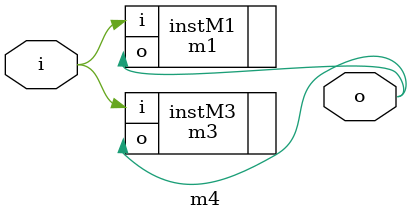
<source format=v>
module m4(i,o);
input i;
output o;
m1 instM1(.i(i),.o(o));
m3 instM3(.i(i),.o(o));
endmodule


</source>
